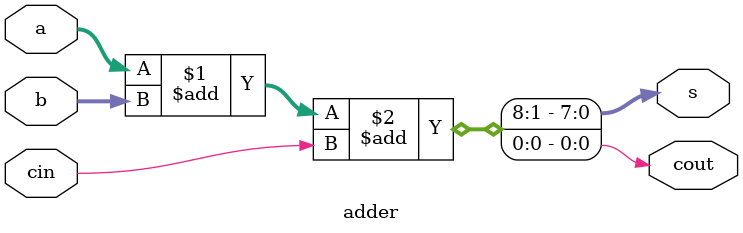
<source format=sv>
module adder #(parameter N=8)(input logic [N-1:0]a,b,input logic cin,output logic cout, output logic [N-1:0]s);
assign {s,cout}=a+b+cin;
endmodule
</source>
